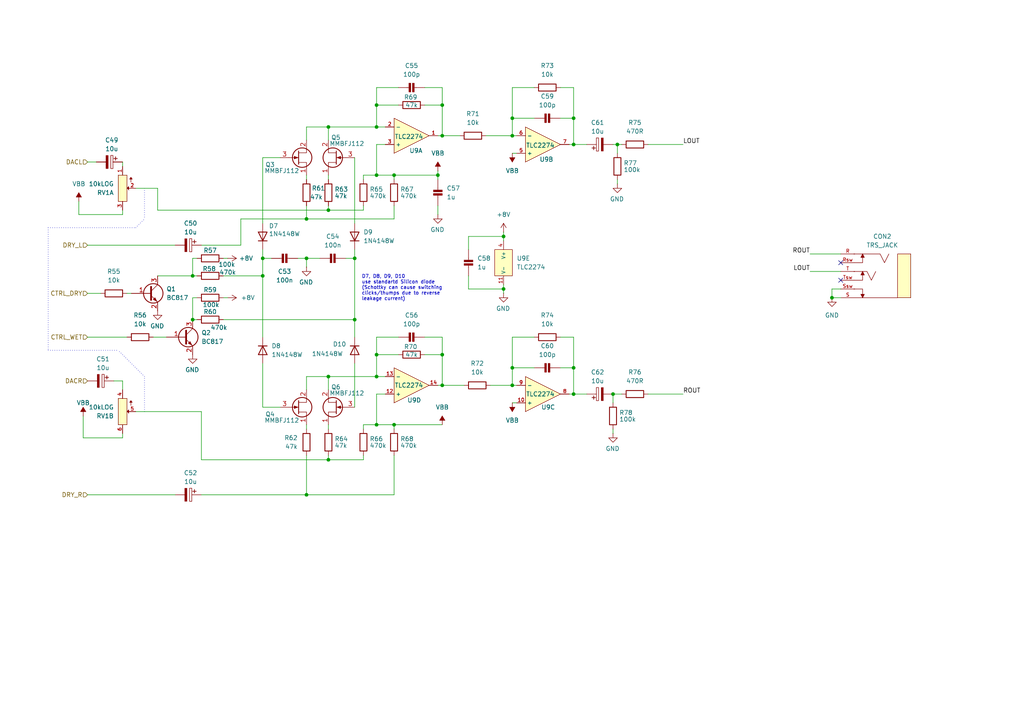
<source format=kicad_sch>
(kicad_sch (version 20231120) (generator "eeschema") (generator_version "8.0")
  (paper "A4")
  (title_block (title "TGX4 ") (date "2024-06-12") (rev "2.0") (company "www.hexefx.com") (comment 1 "Design: Piotr Zapart"))
  (lib_symbols
    (symbol "Device:R" (pin_numbers hide) (pin_names (offset 0))
      (property "Reference" "R" (at 2.032 0 90))
      (property "Value" "R" (at 0 0 90))
      (symbol "R_0_1"
        (rectangle (start -1.016 -2.54) (end 1.016 2.54) (stroke (width 0.254)))
      )
      (symbol "R_1_1"
        (pin passive line (at 0 3.81 270) (length 1.27) (name "~") (number "1"))
        (pin passive line (at 0 -3.81 90) (length 1.27) (name "~") (number "2"))
      )
    )
    (symbol "Diode:1N4148W" (pin_numbers hide) (pin_names hide)
      (property "Reference" "D" (at 0 2.54 0))
      (property "Value" "1N4148W" (at 0 -2.54 0))
      (symbol "1N4148W_0_1"
        (polyline (pts (xy -1.27 1.27) (xy -1.27 -1.27)) (stroke (width 0.254)))
        (polyline (pts (xy 1.27 0) (xy -1.27 0)))
        (polyline (pts (xy 1.27 1.27) (xy 1.27 -1.27) (xy -1.27 0) (xy 1.27 1.27)) (stroke (width 0.254)))
      )
      (symbol "1N4148W_1_1"
        (pin passive line (at -3.81 0 0) (length 2.54) (name "K") (number "1"))
        (pin passive line (at 3.81 0 180) (length 2.54) (name "A") (number "2"))
      )
    )
    (symbol "H_connectors:TRS_JACK" (pin_names (offset 1.016))
      (property "Reference" "CON" (at 0 8.89 0))
      (property "Value" "TRS_JACK" (at 1.27 -8.89 0))
      (symbol "TRS_JACK_0_1"
        (rectangle (start -8.89 6.35) (end -5.08 -6.35) (stroke (width 0.1524)) (fill (type background)))
        (polyline (pts (xy -5.08 -6.35) (xy 7.62 -6.35)) (stroke (width 0.1524)))
        (polyline (pts (xy -2.54 6.35) (xy -1.27 3.81) (xy 0 6.35) (xy 7.62 6.35)) (stroke (width 0.1524)))
        (polyline (pts (xy 5.08 -6.35) (xy 4.572 -5.334) (xy 5.588 -5.334) (xy 5.08 -6.35)) (stroke (width 0.1524)) (fill (type outline)))
        (polyline (pts (xy 5.08 1.27) (xy 4.572 0.254) (xy 5.588 0.254) (xy 5.08 1.27)) (stroke (width 0.1524)) (fill (type outline)))
        (polyline (pts (xy 5.08 6.35) (xy 4.572 5.334) (xy 5.588 5.334) (xy 5.08 6.35)) (stroke (width 0.1524)) (fill (type outline)))
        (polyline (pts (xy 6.858 -3.81) (xy 7.62 -3.81) (xy 5.08 -3.81) (xy 5.08 -6.35)) (stroke (width 0.1524)))
        (polyline (pts (xy 6.858 -1.27) (xy 7.62 -1.27) (xy 5.08 -1.27) (xy 5.08 1.27)) (stroke (width 0.1524)))
        (polyline (pts (xy 6.858 3.81) (xy 7.62 3.81) (xy 5.08 3.81) (xy 5.08 6.35)) (stroke (width 0.1524)))
        (polyline (pts (xy 7.62 1.27) (xy 3.81 1.27) (xy 2.54 -1.27) (xy 1.27 1.27)) (stroke (width 0.1524)))
      )
      (symbol "TRS_JACK_1_1"
        (pin passive line (at 11.43 6.35 180) (length 4.064) (name "~") (number "R"))
        (pin passive line (at 11.43 3.81 180) (length 4.064) (name "~") (number "Rsw"))
        (pin passive line (at 11.43 -6.35 180) (length 4.064) (name "~") (number "S"))
        (pin passive line (at 11.43 -3.81 180) (length 4.064) (name "~") (number "Ssw"))
        (pin passive line (at 11.43 1.27 180) (length 4.064) (name "~") (number "T"))
        (pin passive line (at 11.43 -1.27 180) (length 4.064) (name "~") (number "Tsw"))
      )
    )
    (symbol "H_linear:TL074"
      (property "Reference" "U" (at 0.127 4.826 0))
      (property "Value" "TL074" (at 0.635 -5.207 0))
      (symbol "TL074_1_1"
        (polyline (pts (xy -2.54 5.08) (xy 7.62 0) (xy -2.54 -5.08) (xy -2.54 5.08)) (stroke (width 0.1524)) (fill (type background)))
        (pin output line (at 10.16 0 180) (length 2.54) (name "~") (number "1"))
        (pin input line (at -5.08 -2.54 0) (length 2.54) (name "-") (number "2"))
        (pin input line (at -5.08 2.54 0) (length 2.54) (name "+") (number "3"))
      )
      (symbol "TL074_2_1"
        (polyline (pts (xy -2.54 5.08) (xy -2.54 -5.08) (xy 7.62 0) (xy -2.54 5.08)) (stroke (width 0.1524)) (fill (type background)))
        (pin input line (at -5.08 2.54 0) (length 2.54) (name "+") (number "5"))
        (pin input line (at -5.08 -2.54 0) (length 2.54) (name "-") (number "6"))
        (pin output line (at 10.16 0 180) (length 2.54) (name "~") (number "7"))
      )
      (symbol "TL074_3_1"
        (polyline (pts (xy -2.54 5.08) (xy 7.62 0) (xy -2.54 -5.08) (xy -2.54 5.08)) (stroke (width 0.1524)) (fill (type background)))
        (pin input line (at -5.08 2.54 0) (length 2.54) (name "+") (number "10"))
        (pin output line (at 10.16 0 180) (length 2.54) (name "~") (number "8"))
        (pin input line (at -5.08 -2.54 0) (length 2.54) (name "-") (number "9"))
      )
      (symbol "TL074_4_1"
        (polyline (pts (xy -2.54 5.08) (xy 7.62 0) (xy -2.54 -5.08) (xy -2.54 5.08)) (stroke (width 0.1524)) (fill (type background)))
        (pin input line (at -5.08 2.54 0) (length 2.54) (name "+") (number "12"))
        (pin input line (at -5.08 -2.54 0) (length 2.54) (name "-") (number "13"))
        (pin output line (at 10.16 0 180) (length 2.54) (name "~") (number "14"))
      )
      (symbol "TL074_5_1"
        (rectangle (start -2.54 3.81) (end 2.54 -3.81) (fill (type background)))
        (pin power_in line (at 0 -6.35 90) (length 2.54) (name "V-") (number "11"))
        (pin power_in line (at 0 6.35 270) (length 2.54) (name "V+") (number "4"))
      )
    )
    (symbol "H_passives:CAP_NP" (pin_names (offset 1.016))
      (property "Reference" "C" (at -2.286 -0.0254 90))
      (property "Value" "CAP_NP" (at 2.286 -0.0254 90))
      (symbol "CAP_NP_1_0"
        (rectangle (start -1.27 -0.762) (end 1.27 -0.254) (fill (type outline)))
        (rectangle (start -1.27 0.254) (end 1.27 0.762) (fill (type outline)))
        (polyline (pts (xy 0 -0.508) (xy 0 -1.27)))
        (polyline (pts (xy 0 1.27) (xy 0 0.508)))
        (pin passive line (at 0 3.81 270) (length 2.54) (name "1") (number "1"))
        (pin passive line (at 0 -3.81 90) (length 2.54) (name "2") (number "2"))
      )
    )
    (symbol "H_passives:CAP_POL" (pin_numbers hide) (pin_names (offset 0.254))
      (property "Reference" "C" (at 0 2.54 0))
      (property "Value" "CAP_POL" (at 0.1524 -2.159 0))
      (symbol "CAP_POL_0_1"
        (rectangle (start -1.905 -0.381) (end 1.905 -1.016) (stroke (width 0.1016)) (fill (type outline)))
        (rectangle (start -1.905 1.016) (end 1.905 0.381) (stroke (width 0.1524)))
        (polyline (pts (xy -1.524 1.778) (xy -0.508 1.778)) (stroke (width 0.2032)))
        (polyline (pts (xy -1.016 2.286) (xy -1.016 1.27)) (stroke (width 0.2032)))
      )
      (symbol "CAP_POL_1_1"
        (pin passive line (at 0 3.81 270) (length 2.794) (name "~") (number "1"))
        (pin passive line (at 0 -3.81 90) (length 2.8956) (name "~") (number "2"))
      )
    )
    (symbol "H_passives:POT_DUAL" (pin_names (offset 1.016) hide)
      (property "Reference" "RV" (at 0 -2.54 0))
      (property "Value" "POT_DUAL" (at 0 0 0))
      (symbol "POT_DUAL_0_1"
        (rectangle (start -3.81 1.27) (end 3.81 -1.27) (fill (type background)))
        (polyline (pts (xy -1.778 2.413) (xy -3.175 2.413)))
        (polyline (pts (xy 0 1.27) (xy -0.508 1.778) (xy 0.508 1.778)) (fill (type outline)))
        (polyline (pts (xy -3.175 2.413) (xy -2.667 2.794) (xy -2.667 2.032) (xy -3.175 2.413)) (fill (type outline)))
      )
      (symbol "POT_DUAL_1_1"
        (pin passive line (at -6.35 0 0) (length 2.54) (name "1") (number "1"))
        (pin passive line (at 0 3.81 270) (length 2.032) (name "2") (number "2"))
        (pin passive line (at 6.35 0 180) (length 2.54) (name "3") (number "3"))
      )
      (symbol "POT_DUAL_2_1"
        (pin passive line (at -6.35 0 0) (length 2.54) (name "4") (number "4"))
        (pin passive line (at 0 3.81 270) (length 2.032) (name "5") (number "5"))
        (pin passive line (at 6.35 0 180) (length 2.54) (name "6") (number "6"))
      )
    )
    (symbol "Transistor_BJT:BC847" (pin_names (offset 0) hide)
      (property "Reference" "Q" (at 5.08 1.905 0))
      (property "Value" "BC847" (at 5.08 0 0))
      (symbol "BC847_0_1"
        (polyline (pts (xy 0.635 0.635) (xy 2.54 2.54)))
        (polyline (pts (xy 0.635 -0.635) (xy 2.54 -2.54) (xy 2.54 -2.54)))
        (polyline (pts (xy 0.635 1.905) (xy 0.635 -1.905) (xy 0.635 -1.905)) (stroke (width 0.508)))
        (polyline (pts (xy 1.27 -1.778) (xy 1.778 -1.27) (xy 2.286 -2.286) (xy 1.27 -1.778) (xy 1.27 -1.778)) (fill (type outline)))
        (circle (center 1.27 0) (radius 2.8194) (stroke (width 0.254)))
      )
      (symbol "BC847_1_1"
        (pin input line (at -5.08 0 0) (length 5.715) (name "B") (number "1"))
        (pin passive line (at 2.54 -5.08 90) (length 2.54) (name "E") (number "2"))
        (pin passive line (at 2.54 5.08 270) (length 2.54) (name "C") (number "3"))
      )
    )
    (symbol "Transistor_FET:MMBFJ112" (pin_names hide)
      (property "Reference" "Q" (at 5.08 1.905 0))
      (property "Value" "MMBFJ112" (at 5.08 0 0))
      (symbol "MMBFJ112_0_1"
        (polyline (pts (xy 0.254 0) (xy -2.54 0)))
        (polyline (pts (xy 0.254 1.905) (xy 0.254 -1.905)) (stroke (width 0.254)))
        (polyline (pts (xy 2.54 -2.54) (xy 2.54 -1.397) (xy 0.254 -1.397)))
        (polyline (pts (xy 2.54 2.54) (xy 2.54 1.397) (xy 0.254 1.397)))
        (polyline (pts (xy 0 0) (xy -1.016 0.381) (xy -1.016 -0.381) (xy 0 0)) (fill (type outline)))
        (circle (center 1.27 0) (radius 2.8194) (stroke (width 0.254)))
      )
      (symbol "MMBFJ112_1_1"
        (pin passive line (at 2.54 5.08 270) (length 2.54) (name "D") (number "1"))
        (pin passive line (at 2.54 -5.08 90) (length 2.54) (name "S") (number "2"))
        (pin input line (at -5.08 0 0) (length 2.54) (name "G") (number "3"))
      )
    )
    (symbol "power:+8V" (power) (pin_numbers hide) (pin_names (offset 0) hide)
      (property "Value" "+8V" (at 0 3.556 0))
      (symbol "+8V_0_1"
        (polyline (pts (xy -0.762 1.27) (xy 0 2.54)))
        (polyline (pts (xy 0 0) (xy 0 2.54)))
        (polyline (pts (xy 0 2.54) (xy 0.762 1.27)))
      )
      (symbol "+8V_1_1"
        (pin power_in line (at 0 0 90) (length 0) (name "~") (number "1"))
      )
    )
    (symbol "power:GND" (power) (pin_numbers hide) (pin_names (offset 0) hide)
      (property "Value" "GND" (at 0 -3.81 0))
      (symbol "GND_0_1"
        (polyline (pts (xy 0 0) (xy 0 -1.27) (xy 1.27 -1.27) (xy 0 -2.54) (xy -1.27 -1.27) (xy 0 -1.27)))
      )
      (symbol "GND_1_1"
        (pin power_in line (at 0 0 270) (length 0) (name "~") (number "1"))
      )
    )
    (symbol "power:VCOM" (power) (pin_numbers hide) (pin_names (offset 0) hide)
      (property "Value" "VCOM" (at 0 3.556 0))
      (symbol "VCOM_0_1"
        (polyline (pts (xy 0 0) (xy 0 2.54)))
        (polyline (pts (xy 0.762 1.27) (xy -0.762 1.27) (xy 0 2.54) (xy 0.762 1.27)) (fill (type outline)))
      )
      (symbol "VCOM_1_1"
        (pin power_in line (at 0 0 90) (length 0) (name "~") (number "1"))
      )
    )
  )
  (junction (at 146.05 83.82))
  (junction (at 166.37 114.3))
  (junction (at 109.22 109.22))
  (junction (at 128.27 30.48))
  (junction (at 109.22 36.83))
  (junction (at 114.3 123.19))
  (junction (at 166.37 41.91))
  (junction (at 128.27 102.87))
  (junction (at 88.9 63.5))
  (junction (at 109.22 102.87))
  (junction (at 102.87 74.93))
  (junction (at 95.25 36.83))
  (junction (at 148.59 106.68))
  (junction (at 76.2 80.01))
  (junction (at 109.22 30.48))
  (junction (at 148.59 111.76))
  (junction (at 146.05 68.58))
  (junction (at 102.87 92.71))
  (junction (at 114.3 50.8))
  (junction (at 55.88 80.01))
  (junction (at 128.27 39.37))
  (junction (at 95.25 60.96))
  (junction (at 179.07 41.91))
  (junction (at 88.9 74.93))
  (junction (at 127 50.8))
  (junction (at 95.25 133.35))
  (junction (at 148.59 34.29))
  (junction (at 166.37 34.29))
  (junction (at 109.22 50.8))
  (junction (at 148.59 39.37))
  (junction (at 128.27 111.76))
  (junction (at 76.2 74.93))
  (junction (at 166.37 106.68))
  (junction (at 177.8 114.3))
  (junction (at 109.22 123.19))
  (junction (at 241.3 86.36))
  (junction (at 95.25 109.22))
  (junction (at 55.88 92.71))
  (junction (at 88.9 143.51))
  (no_connect (at 243.84 81.28))
  (no_connect (at 243.84 76.2))
  (polyline (pts (xy 39.37 66.04) (xy 41.91 63.5)) (stroke (width 0) (type dot)))
  (wire (pts (xy 76.2 105.41) (xy 76.2 118.11)))
  (wire (pts (xy 102.87 92.71) (xy 64.77 92.71)))
  (wire (pts (xy 109.22 102.87) (xy 115.57 102.87)))
  (wire (pts (xy 148.59 111.76) (xy 149.86 111.76)))
  (wire (pts (xy 95.25 60.96) (xy 105.41 60.96)))
  (wire (pts (xy 25.4 97.79) (xy 36.83 97.79)))
  (wire (pts (xy 109.22 41.91) (xy 111.76 41.91)))
  (wire (pts (xy 142.24 111.76) (xy 148.59 111.76)))
  (wire (pts (xy 179.07 52.07) (xy 179.07 53.34)))
  (wire (pts (xy 95.25 109.22) (xy 109.22 109.22)))
  (wire (pts (xy 114.3 59.69) (xy 114.3 63.5)))
  (wire (pts (xy 166.37 106.68) (xy 166.37 97.79)))
  (wire (pts (xy 109.22 123.19) (xy 105.41 123.19)))
  (wire (pts (xy 148.59 44.45) (xy 149.86 44.45)))
  (wire (pts (xy 154.94 25.4) (xy 148.59 25.4)))
  (wire (pts (xy 58.42 133.35) (xy 58.42 119.38)))
  (wire (pts (xy 114.3 123.19) (xy 109.22 123.19)))
  (wire (pts (xy 128.27 39.37) (xy 128.27 30.48)))
  (polyline (pts (xy 13.97 66.04) (xy 13.97 101.6)) (stroke (width 0) (type dot)))
  (wire (pts (xy 88.9 40.64) (xy 88.9 36.83)))
  (polyline (pts (xy 41.91 119.38) (xy 41.91 109.22)) (stroke (width 0) (type dot)))
  (wire (pts (xy 109.22 50.8) (xy 105.41 50.8)))
  (wire (pts (xy 35.56 110.49) (xy 35.56 113.03)))
  (wire (pts (xy 102.87 92.71) (xy 102.87 97.79)))
  (wire (pts (xy 162.56 25.4) (xy 166.37 25.4)))
  (wire (pts (xy 102.87 74.93) (xy 100.33 74.93)))
  (wire (pts (xy 22.86 62.23) (xy 35.56 62.23)))
  (wire (pts (xy 95.25 36.83) (xy 109.22 36.83)))
  (wire (pts (xy 88.9 50.8) (xy 88.9 52.07)))
  (wire (pts (xy 95.25 59.69) (xy 95.25 60.96)))
  (wire (pts (xy 146.05 83.82) (xy 146.05 85.09)))
  (wire (pts (xy 162.56 97.79) (xy 166.37 97.79)))
  (wire (pts (xy 114.3 52.07) (xy 114.3 50.8)))
  (wire (pts (xy 102.87 105.41) (xy 102.87 118.11)))
  (wire (pts (xy 95.25 113.03) (xy 95.25 109.22)))
  (wire (pts (xy 25.4 71.12) (xy 50.8 71.12)))
  (wire (pts (xy 114.3 50.8) (xy 109.22 50.8)))
  (wire (pts (xy 22.86 58.42) (xy 22.86 62.23)))
  (wire (pts (xy 135.89 83.82) (xy 146.05 83.82)))
  (wire (pts (xy 109.22 97.79) (xy 109.22 102.87)))
  (wire (pts (xy 55.88 86.36) (xy 55.88 92.71)))
  (wire (pts (xy 166.37 34.29) (xy 166.37 25.4)))
  (wire (pts (xy 102.87 45.72) (xy 102.87 64.77)))
  (wire (pts (xy 55.88 92.71) (xy 57.15 92.71)))
  (wire (pts (xy 95.25 40.64) (xy 95.25 36.83)))
  (wire (pts (xy 88.9 123.19) (xy 88.9 124.46)))
  (wire (pts (xy 109.22 36.83) (xy 111.76 36.83)))
  (wire (pts (xy 44.45 97.79) (xy 48.26 97.79)))
  (wire (pts (xy 128.27 39.37) (xy 133.35 39.37)))
  (wire (pts (xy 127 111.76) (xy 128.27 111.76)))
  (wire (pts (xy 25.4 143.51) (xy 50.8 143.51)))
  (wire (pts (xy 35.56 127) (xy 35.56 125.73)))
  (wire (pts (xy 88.9 113.03) (xy 88.9 109.22)))
  (wire (pts (xy 177.8 41.91) (xy 179.07 41.91)))
  (wire (pts (xy 109.22 114.3) (xy 111.76 114.3)))
  (wire (pts (xy 179.07 41.91) (xy 179.07 44.45)))
  (wire (pts (xy 241.3 86.36) (xy 241.3 83.82)))
  (wire (pts (xy 109.22 25.4) (xy 109.22 30.48)))
  (wire (pts (xy 86.36 74.93) (xy 88.9 74.93)))
  (wire (pts (xy 64.77 74.93) (xy 66.04 74.93)))
  (wire (pts (xy 177.8 114.3) (xy 177.8 116.84)))
  (wire (pts (xy 88.9 63.5) (xy 114.3 63.5)))
  (wire (pts (xy 58.42 133.35) (xy 95.25 133.35)))
  (wire (pts (xy 105.41 123.19) (xy 105.41 124.46)))
  (wire (pts (xy 95.25 132.08) (xy 95.25 133.35)))
  (wire (pts (xy 166.37 41.91) (xy 166.37 34.29)))
  (wire (pts (xy 105.41 60.96) (xy 105.41 59.69)))
  (wire (pts (xy 128.27 111.76) (xy 128.27 102.87)))
  (wire (pts (xy 127 49.53) (xy 127 50.8)))
  (wire (pts (xy 24.13 127) (xy 35.56 127)))
  (wire (pts (xy 127 39.37) (xy 128.27 39.37)))
  (wire (pts (xy 81.28 118.11) (xy 76.2 118.11)))
  (wire (pts (xy 115.57 25.4) (xy 109.22 25.4)))
  (wire (pts (xy 55.88 80.01) (xy 57.15 80.01)))
  (wire (pts (xy 177.8 124.46) (xy 177.8 125.73)))
  (wire (pts (xy 154.94 97.79) (xy 148.59 97.79)))
  (wire (pts (xy 148.59 97.79) (xy 148.59 106.68)))
  (wire (pts (xy 148.59 106.68) (xy 148.59 111.76)))
  (wire (pts (xy 165.1 41.91) (xy 166.37 41.91)))
  (wire (pts (xy 127 50.8) (xy 114.3 50.8)))
  (wire (pts (xy 105.41 50.8) (xy 105.41 52.07)))
  (wire (pts (xy 25.4 46.99) (xy 27.94 46.99)))
  (wire (pts (xy 148.59 116.84) (xy 149.86 116.84)))
  (wire (pts (xy 109.22 36.83) (xy 109.22 30.48)))
  (wire (pts (xy 88.9 143.51) (xy 114.3 143.51)))
  (wire (pts (xy 58.42 143.51) (xy 88.9 143.51)))
  (wire (pts (xy 148.59 39.37) (xy 149.86 39.37)))
  (polyline (pts (xy 41.91 54.61) (xy 41.91 63.5)) (stroke (width 0) (type dot)))
  (wire (pts (xy 140.97 39.37) (xy 148.59 39.37)))
  (wire (pts (xy 234.95 73.66) (xy 243.84 73.66)))
  (wire (pts (xy 81.28 45.72) (xy 76.2 45.72)))
  (wire (pts (xy 58.42 119.38) (xy 39.37 119.38)))
  (wire (pts (xy 36.83 85.09) (xy 38.1 85.09)))
  (wire (pts (xy 243.84 86.36) (xy 241.3 86.36)))
  (wire (pts (xy 57.15 74.93) (xy 55.88 74.93)))
  (wire (pts (xy 55.88 74.93) (xy 55.88 80.01)))
  (wire (pts (xy 109.22 41.91) (xy 109.22 50.8)))
  (wire (pts (xy 123.19 97.79) (xy 128.27 97.79)))
  (wire (pts (xy 135.89 80.01) (xy 135.89 83.82)))
  (wire (pts (xy 109.22 30.48) (xy 115.57 30.48)))
  (wire (pts (xy 109.22 109.22) (xy 111.76 109.22)))
  (wire (pts (xy 148.59 25.4) (xy 148.59 34.29)))
  (wire (pts (xy 115.57 97.79) (xy 109.22 97.79)))
  (wire (pts (xy 102.87 74.93) (xy 102.87 92.71)))
  (wire (pts (xy 24.13 120.65) (xy 24.13 127)))
  (wire (pts (xy 165.1 114.3) (xy 166.37 114.3)))
  (wire (pts (xy 95.25 133.35) (xy 105.41 133.35)))
  (wire (pts (xy 95.25 123.19) (xy 95.25 124.46)))
  (wire (pts (xy 114.3 124.46) (xy 114.3 123.19)))
  (polyline (pts (xy 41.91 109.22) (xy 34.29 101.6)) (stroke (width 0) (type dot)))
  (wire (pts (xy 241.3 83.82) (xy 243.84 83.82)))
  (wire (pts (xy 76.2 45.72) (xy 76.2 64.77)))
  (wire (pts (xy 177.8 114.3) (xy 180.34 114.3)))
  (wire (pts (xy 127 50.8) (xy 127 52.07)))
  (wire (pts (xy 187.96 114.3) (xy 198.12 114.3)))
  (polyline (pts (xy 13.97 101.6) (xy 34.29 101.6)) (stroke (width 0) (type dot)))
  (wire (pts (xy 76.2 80.01) (xy 76.2 97.79)))
  (wire (pts (xy 88.9 36.83) (xy 95.25 36.83)))
  (wire (pts (xy 33.02 110.49) (xy 35.56 110.49)))
  (wire (pts (xy 64.77 86.36) (xy 66.04 86.36)))
  (wire (pts (xy 123.19 25.4) (xy 128.27 25.4)))
  (wire (pts (xy 76.2 74.93) (xy 76.2 72.39)))
  (wire (pts (xy 166.37 114.3) (xy 166.37 106.68)))
  (wire (pts (xy 179.07 41.91) (xy 180.34 41.91)))
  (wire (pts (xy 88.9 132.08) (xy 88.9 143.51)))
  (wire (pts (xy 109.22 114.3) (xy 109.22 123.19)))
  (wire (pts (xy 88.9 74.93) (xy 92.71 74.93)))
  (wire (pts (xy 64.77 80.01) (xy 76.2 80.01)))
  (wire (pts (xy 148.59 34.29) (xy 148.59 39.37)))
  (wire (pts (xy 109.22 109.22) (xy 109.22 102.87)))
  (wire (pts (xy 166.37 114.3) (xy 170.18 114.3)))
  (wire (pts (xy 45.72 54.61) (xy 39.37 54.61)))
  (wire (pts (xy 146.05 82.55) (xy 146.05 83.82)))
  (wire (pts (xy 102.87 72.39) (xy 102.87 74.93)))
  (wire (pts (xy 146.05 67.31) (xy 146.05 68.58)))
  (wire (pts (xy 95.25 50.8) (xy 95.25 52.07)))
  (wire (pts (xy 35.56 62.23) (xy 35.56 60.96)))
  (wire (pts (xy 35.56 46.99) (xy 35.56 48.26)))
  (wire (pts (xy 114.3 132.08) (xy 114.3 143.51)))
  (wire (pts (xy 105.41 133.35) (xy 105.41 132.08)))
  (wire (pts (xy 135.89 72.39) (xy 135.89 68.58)))
  (wire (pts (xy 128.27 102.87) (xy 123.19 102.87)))
  (wire (pts (xy 88.9 109.22) (xy 95.25 109.22)))
  (wire (pts (xy 45.72 80.01) (xy 55.88 80.01)))
  (wire (pts (xy 88.9 63.5) (xy 69.85 63.5)))
  (wire (pts (xy 135.89 68.58) (xy 146.05 68.58)))
  (wire (pts (xy 45.72 60.96) (xy 45.72 54.61)))
  (wire (pts (xy 128.27 30.48) (xy 123.19 30.48)))
  (wire (pts (xy 25.4 85.09) (xy 29.21 85.09)))
  (wire (pts (xy 88.9 59.69) (xy 88.9 63.5)))
  (wire (pts (xy 154.94 106.68) (xy 148.59 106.68)))
  (wire (pts (xy 127 59.69) (xy 127 62.23)))
  (wire (pts (xy 78.74 74.93) (xy 76.2 74.93)))
  (wire (pts (xy 146.05 68.58) (xy 146.05 69.85)))
  (wire (pts (xy 128.27 97.79) (xy 128.27 102.87)))
  (wire (pts (xy 88.9 74.93) (xy 88.9 77.47)))
  (wire (pts (xy 154.94 34.29) (xy 148.59 34.29)))
  (wire (pts (xy 57.15 86.36) (xy 55.88 86.36)))
  (wire (pts (xy 187.96 41.91) (xy 198.12 41.91)))
  (wire (pts (xy 69.85 63.5) (xy 69.85 71.12)))
  (wire (pts (xy 166.37 41.91) (xy 170.18 41.91)))
  (wire (pts (xy 234.95 78.74) (xy 243.84 78.74)))
  (wire (pts (xy 69.85 71.12) (xy 58.42 71.12)))
  (wire (pts (xy 76.2 74.93) (xy 76.2 80.01)))
  (wire (pts (xy 45.72 60.96) (xy 95.25 60.96)))
  (wire (pts (xy 128.27 111.76) (xy 134.62 111.76)))
  (wire (pts (xy 128.27 25.4) (xy 128.27 30.48)))
  (polyline (pts (xy 13.97 66.04) (xy 39.37 66.04)) (stroke (width 0) (type dot)))
  (wire (pts (xy 114.3 123.19) (xy 128.27 123.19)))
  (wire (pts (xy 162.56 34.29) (xy 166.37 34.29)))
  (wire (pts (xy 162.56 106.68) (xy 166.37 106.68)))
  (text_box "D7, D8, D9, D10\nuse standartd Silicon diode\n(Schottky can cause switching\nclicks/thumps due to reverse \nleakage current)\n" (at 104.14 78.74 0) (size 25.4 8.89) (stroke (width -0.0001)) (effects (font (size 1 1)) (justify left top)))
  (label "LOUT" (at 234.95 78.74 180))
  (label "ROUT" (at 198.12 114.3 0))
  (label "ROUT" (at 234.95 73.66 180))
  (label "LOUT" (at 198.12 41.91 0))
  (hierarchical_label "DRY_R" (shape input) (at 25.4 143.51 180))
  (hierarchical_label "DRY_L" (shape input) (at 25.4 71.12 180))
  (hierarchical_label "CTRL_WET" (shape input) (at 25.4 97.79 180))
  (hierarchical_label "CTRL_DRY" (shape input) (at 25.4 85.09 180))
  (hierarchical_label "DACL" (shape input) (at 25.4 46.99 180))
  (hierarchical_label "DACR" (shape input) (at 25.4 110.49 180))
  (symbol (lib_id "Device:R") (at 119.38 102.87 270) (unit 1)
    (property "Reference" "R70" (at 119.126 100.584 90))
    (property "Value" "47k" (at 119.38 102.87 90))
    (property "Footprint" "H_smd_passives:Hx_R_0805_2012Metric" (effects (hide yes)))
  )
  (symbol (lib_id "power:GND") (at 177.8 125.73 0) (mirror y) (unit 1)
    (property "Reference" "#PWR088" (effects (hide yes)))
    (property "Value" "GND" (at 177.673 130.1242 0))
    (property "Description" "Power symbol creates a global label with name \"GND\" , ground" (effects (hide yes)))
  )
  (symbol (lib_id "Device:R") (at 184.15 41.91 270) (unit 1)
    (property "Reference" "R75" (at 184.15 35.56 90))
    (property "Value" "470R" (at 184.15 38.1 90))
    (property "Footprint" "H_smd_passives:Hx_R_0805_2012Metric" (effects (hide yes)))
  )
  (symbol (lib_id "Device:R") (at 177.8 120.65 180) (unit 1)
    (property "Reference" "R78" (at 179.6034 119.6848 0) (effects (justify right)))
    (property "Value" "100k" (at 179.6034 121.6152 0) (effects (justify right)))
    (property "Footprint" "H_smd_passives:Hx_R_0805_2012Metric" (effects (hide yes)))
  )
  (symbol (lib_id "power:+8V") (at 146.05 67.31 0) (unit 1)
    (property "Reference" "#PWR083" (effects (hide yes)))
    (property "Value" "+8V" (at 146.05 62.23 0))
    (property "Description" "Power symbol creates a global label with name \"+8V\"" (effects (hide yes)))
  )
  (symbol (lib_id "Device:R") (at 137.16 39.37 270) (unit 1)
    (property "Reference" "R71" (at 137.16 33.02 90))
    (property "Value" "10k" (at 137.16 35.56 90))
    (property "Footprint" "H_smd_passives:Hx_R_0805_2012Metric" (effects (hide yes)))
  )
  (symbol (lib_id "H_linear:TL074") (at 116.84 39.37 0) (mirror x) (unit 1)
    (property "Reference" "U9" (at 120.65 43.688 0))
    (property "Value" "TLC2274" (at 118.618 39.624 0))
    (property "Footprint" "Package_SO:SO-14_3.9x8.65mm_P1.27mm" (effects (hide yes)))
  )
  (symbol (lib_id "Device:R") (at 60.96 80.01 270) (unit 1)
    (property "Reference" "R58" (at 60.706 77.978 90))
    (property "Value" "470k" (at 66.04 78.994 90))
    (property "Footprint" "H_smd_passives:Hx_R_0805_2012Metric" (effects (hide yes)))
  )
  (symbol (lib_id "Device:R") (at 88.9 55.88 180) (unit 1)
    (property "Reference" "R61" (at 90.424 54.61 0) (effects (justify right)))
    (property "Value" "47k" (at 89.916 57.15 0) (effects (justify right)))
    (property "Footprint" "H_smd_passives:Hx_R_0805_2012Metric" (effects (hide yes)))
  )
  (symbol (lib_id "Transistor_FET:MMBFJ112") (at 86.36 118.11 0) (mirror x) (unit 1)
    (property "Reference" "Q4" (at 76.962 120.142 0) (effects (justify left)))
    (property "Value" "MMBFJ112" (at 76.708 121.92 0) (effects (justify left)))
    (property "Footprint" "H_SOT:SOT-23" (effects (hide yes)))
    (property "Datasheet" "https://www.onsemi.com/pub/Collateral/MMBFJ113-D.PDF" (effects (hide yes)))
    (property "Description" "5mA min, 35V, 50mOhm max, 1-5V Vgs(off), N-Channel JFET, SOT-23" (effects (hide yes)))
  )
  (symbol (lib_id "Transistor_BJT:BC847") (at 53.34 97.79 0) (unit 1)
    (property "Reference" "Q2" (at 58.42 96.5199 0) (effects (justify left)))
    (property "Value" "BC817" (at 58.42 99.0599 0) (effects (justify left)))
    (property "Footprint" "H_SOT:SOT-23" (effects (hide yes)))
    (property "Datasheet" "http://www.infineon.com/dgdl/Infineon-BC847SERIES_BC848SERIES_BC849SERIES_BC850SERIES-DS-v01_01-en.pdf?fileId=db3a304314dca389011541d4630a1657" (effects (hide yes)))
    (property "Description" "0.1A Ic, 45V Vce, NPN Transistor, SOT-23" (effects (hide yes)))
  )
  (symbol (lib_id "H_passives:CAP_POL") (at 31.75 46.99 270) (unit 1)
    (property "Reference" "C49" (at 32.4104 40.64 90))
    (property "Value" "10u" (at 32.4104 43.18 90))
    (property "Footprint" "Capacitor_Tantalum_SMD:CP_EIA-3216-18_Kemet-A" (effects (hide yes)))
  )
  (symbol (lib_id "H_passives:POT_DUAL") (at 35.56 119.38 270) (unit 2)
    (property "Reference" "RV1" (at 33.02 120.6501 90) (effects (justify right)))
    (property "Value" "10kLOG" (at 33.02 118.1101 90) (effects (justify right)))
    (property "Footprint" "H_pots:ALPHA_DUALPOT_16mm" (effects (hide yes)))
  )
  (symbol (lib_id "Device:R") (at 119.38 30.48 270) (unit 1)
    (property "Reference" "R69" (at 119.126 28.194 90))
    (property "Value" "47k" (at 119.38 30.48 90))
    (property "Footprint" "H_smd_passives:Hx_R_0805_2012Metric" (effects (hide yes)))
  )
  (symbol (lib_id "H_passives:CAP_NP") (at 119.38 97.79 90) (unit 1)
    (property "Reference" "C56" (at 119.38 91.44 90))
    (property "Value" "100p" (at 119.38 93.98 90))
    (property "Footprint" "H_smd_passives:Hx_C_0805_2012Metric" (effects (hide yes)))
  )
  (symbol (lib_id "H_connectors:TRS_JACK") (at 255.27 80.01 0) (mirror y) (unit 1)
    (property "Reference" "CON2" (at 255.905 68.58 0))
    (property "Value" "TRS_JACK" (at 255.905 71.12 0))
    (property "Footprint" "H_conn:NMJ6HCD2_TRSjack_smallPads" (effects (hide yes)))
  )
  (symbol (lib_id "H_linear:TL074") (at 154.94 41.91 0) (mirror x) (unit 2)
    (property "Reference" "U9" (at 158.496 46.228 0))
    (property "Value" "TLC2274" (at 156.718 42.164 0))
    (property "Footprint" "Package_SO:SO-14_3.9x8.65mm_P1.27mm" (effects (hide yes)))
  )
  (symbol (lib_id "Device:R") (at 60.96 92.71 270) (unit 1)
    (property "Reference" "R60" (at 60.96 90.424 90))
    (property "Value" "470k" (at 63.5 94.996 90))
    (property "Footprint" "H_smd_passives:Hx_R_0805_2012Metric" (effects (hide yes)))
  )
  (symbol (lib_id "power:GND") (at 88.9 77.47 0) (mirror y) (unit 1)
    (property "Reference" "#PWR079" (effects (hide yes)))
    (property "Value" "GND" (at 88.773 81.8642 0))
    (property "Description" "Power symbol creates a global label with name \"GND\" , ground" (effects (hide yes)))
  )
  (symbol (lib_id "Device:R") (at 158.75 97.79 270) (unit 1)
    (property "Reference" "R74" (at 158.75 91.44 90))
    (property "Value" "10k" (at 158.75 93.98 90))
    (property "Footprint" "H_smd_passives:Hx_R_0805_2012Metric" (effects (hide yes)))
  )
  (symbol (lib_id "Device:R") (at 95.25 128.27 180) (unit 1)
    (property "Reference" "R64" (at 97.0534 127.3048 0) (effects (justify right)))
    (property "Value" "47k" (at 97.0534 129.2352 0) (effects (justify right)))
    (property "Footprint" "H_smd_passives:Hx_R_0805_2012Metric" (effects (hide yes)))
  )
  (symbol (lib_id "power:VCOM") (at 127 49.53 0) (unit 1)
    (property "Reference" "#PWR080" (effects (hide yes)))
    (property "Value" "VBB" (at 127 44.45 0))
    (property "Description" "Power symbol creates a global label with name \"VCOM\"" (effects (hide yes)))
  )
  (symbol (lib_id "H_passives:CAP_POL") (at 54.61 71.12 270) (unit 1)
    (property "Reference" "C50" (at 55.2704 64.77 90))
    (property "Value" "10u" (at 55.2704 67.31 90))
    (property "Footprint" "Capacitor_Tantalum_SMD:CP_EIA-3216-18_Kemet-A" (effects (hide yes)))
  )
  (symbol (lib_id "power:VCOM") (at 22.86 58.42 0) (unit 1)
    (property "Reference" "#PWR016" (effects (hide yes)))
    (property "Value" "VBB" (at 22.86 53.34 0))
    (property "Description" "Power symbol creates a global label with name \"VCOM\"" (effects (hide yes)))
  )
  (symbol (lib_id "Diode:1N4148W") (at 102.87 68.58 90) (unit 1)
    (property "Reference" "D9" (at 105.41 67.3099 90) (effects (justify right)))
    (property "Value" "1N4148W" (at 105.41 69.8499 90) (effects (justify right)))
    (property "Footprint" "Diode_SMD:D_SOD-123" (effects (hide yes)))
    (property "Datasheet" "https://www.vishay.com/docs/85748/1n4148w.pdf" (effects (hide yes)))
    (property "Description" "75V 0.15A Fast Switching Diode, SOD-123" (effects (hide yes)))
    (property "Sim.Device" "D" (effects (hide yes)))
    (property "Sim.Pins" "1=K 2=A" (effects (hide yes)))
  )
  (symbol (lib_id "power:VCOM") (at 128.27 123.19 0) (unit 1)
    (property "Reference" "#PWR082" (effects (hide yes)))
    (property "Value" "VBB" (at 128.27 118.11 0))
    (property "Description" "Power symbol creates a global label with name \"VCOM\"" (effects (hide yes)))
  )
  (symbol (lib_id "H_passives:CAP_NP") (at 82.55 74.93 270) (unit 1)
    (property "Reference" "C53" (at 82.55 78.74 90))
    (property "Value" "100n" (at 82.55 81.28 90))
    (property "Footprint" "H_smd_passives:Hx_C_0805_2012Metric" (effects (hide yes)))
  )
  (symbol (lib_id "H_passives:CAP_NP") (at 135.89 76.2 0) (unit 1)
    (property "Reference" "C58" (at 138.43 74.9299 0) (effects (justify left)))
    (property "Value" "1u" (at 138.43 77.4699 0) (effects (justify left)))
    (property "Footprint" "H_smd_passives:Hx_C_0805_2012Metric" (effects (hide yes)))
  )
  (symbol (lib_id "power:+8V") (at 66.04 74.93 270) (unit 1)
    (property "Reference" "#PWR077" (effects (hide yes)))
    (property "Value" "+8V" (at 69.342 74.93 90) (effects (justify left)))
    (property "Description" "Power symbol creates a global label with name \"+8V\"" (effects (hide yes)))
  )
  (symbol (lib_id "power:VCOM") (at 24.13 120.65 0) (unit 1)
    (property "Reference" "#PWR017" (effects (hide yes)))
    (property "Value" "VBB" (at 24.13 116.84 0))
    (property "Description" "Power symbol creates a global label with name \"VCOM\"" (effects (hide yes)))
  )
  (symbol (lib_id "power:GND") (at 127 62.23 0) (mirror y) (unit 1)
    (property "Reference" "#PWR081" (effects (hide yes)))
    (property "Value" "GND" (at 126.873 66.6242 0))
    (property "Description" "Power symbol creates a global label with name \"GND\" , ground" (effects (hide yes)))
  )
  (symbol (lib_id "Device:R") (at 179.07 48.26 180) (unit 1)
    (property "Reference" "R77" (at 180.8734 47.2948 0) (effects (justify right)))
    (property "Value" "100k" (at 180.8734 49.2252 0) (effects (justify right)))
    (property "Footprint" "H_smd_passives:Hx_R_0805_2012Metric" (effects (hide yes)))
  )
  (symbol (lib_id "H_passives:CAP_NP") (at 158.75 106.68 90) (unit 1)
    (property "Reference" "C60" (at 158.75 100.33 90))
    (property "Value" "100p" (at 158.75 102.87 90))
    (property "Footprint" "H_smd_passives:Hx_C_0805_2012Metric" (effects (hide yes)))
  )
  (symbol (lib_id "Device:R") (at 114.3 55.88 180) (unit 1)
    (property "Reference" "R67" (at 116.1034 54.9148 0) (effects (justify right)))
    (property "Value" "470k" (at 116.1034 56.8452 0) (effects (justify right)))
    (property "Footprint" "H_smd_passives:Hx_R_0805_2012Metric" (effects (hide yes)))
  )
  (symbol (lib_id "power:VCOM") (at 148.59 116.84 180) (unit 1)
    (property "Reference" "#PWR086" (effects (hide yes)))
    (property "Value" "VBB" (at 148.59 121.92 0))
    (property "Description" "Power symbol creates a global label with name \"VCOM\"" (effects (hide yes)))
  )
  (symbol (lib_id "H_linear:TL074") (at 154.94 114.3 0) (mirror x) (unit 3)
    (property "Reference" "U9" (at 159.004 118.11 0))
    (property "Value" "TLC2274" (at 156.718 114.3 0))
    (property "Footprint" "Package_SO:SO-14_3.9x8.65mm_P1.27mm" (effects (hide yes)))
  )
  (symbol (lib_id "power:GND") (at 179.07 53.34 0) (mirror y) (unit 1)
    (property "Reference" "#PWR087" (effects (hide yes)))
    (property "Value" "GND" (at 178.943 57.7342 0))
    (property "Description" "Power symbol creates a global label with name \"GND\" , ground" (effects (hide yes)))
  )
  (symbol (lib_id "H_passives:CAP_NP") (at 96.52 74.93 270) (unit 1)
    (property "Reference" "C54" (at 96.52 68.58 90))
    (property "Value" "100n" (at 96.52 71.12 90))
    (property "Footprint" "H_smd_passives:Hx_C_0805_2012Metric" (effects (hide yes)))
  )
  (symbol (lib_id "H_passives:CAP_POL") (at 29.21 110.49 270) (unit 1)
    (property "Reference" "C51" (at 29.8704 104.14 90))
    (property "Value" "10u" (at 29.8704 106.68 90))
    (property "Footprint" "Capacitor_Tantalum_SMD:CP_EIA-3216-18_Kemet-A" (effects (hide yes)))
  )
  (symbol (lib_id "H_passives:CAP_POL") (at 54.61 143.51 270) (unit 1)
    (property "Reference" "C52" (at 55.2704 137.16 90))
    (property "Value" "10u" (at 55.2704 139.7 90))
    (property "Footprint" "Capacitor_Tantalum_SMD:CP_EIA-3216-18_Kemet-A" (effects (hide yes)))
  )
  (symbol (lib_id "Diode:1N4148W") (at 76.2 68.58 90) (unit 1)
    (property "Reference" "D7" (at 77.978 65.532 90) (effects (justify right)))
    (property "Value" "1N4148W" (at 77.978 67.818 90) (effects (justify right)))
    (property "Footprint" "Diode_SMD:D_SOD-123" (effects (hide yes)))
    (property "Datasheet" "https://www.vishay.com/docs/85748/1n4148w.pdf" (effects (hide yes)))
    (property "Description" "75V 0.15A Fast Switching Diode, SOD-123" (effects (hide yes)))
    (property "Sim.Device" "D" (effects (hide yes)))
    (property "Sim.Pins" "1=K 2=A" (effects (hide yes)))
  )
  (symbol (lib_id "Device:R") (at 60.96 86.36 270) (unit 1)
    (property "Reference" "R59" (at 60.96 84.074 90))
    (property "Value" "100k" (at 61.214 88.392 90))
    (property "Footprint" "H_smd_passives:Hx_R_0805_2012Metric" (effects (hide yes)))
  )
  (symbol (lib_id "Diode:1N4148W") (at 102.87 101.6 270) (unit 1)
    (property "Reference" "D10" (at 96.52 99.822 90) (effects (justify left)))
    (property "Value" "1N4148W" (at 90.424 102.616 90) (effects (justify left)))
    (property "Footprint" "Diode_SMD:D_SOD-123" (effects (hide yes)))
    (property "Datasheet" "https://www.vishay.com/docs/85748/1n4148w.pdf" (effects (hide yes)))
    (property "Description" "75V 0.15A Fast Switching Diode, SOD-123" (effects (hide yes)))
    (property "Sim.Device" "D" (effects (hide yes)))
    (property "Sim.Pins" "1=K 2=A" (effects (hide yes)))
  )
  (symbol (lib_id "H_passives:POT_DUAL") (at 35.56 54.61 270) (unit 1)
    (property "Reference" "RV1" (at 33.02 55.8801 90) (effects (justify right)))
    (property "Value" "10kLOG" (at 33.02 53.3401 90) (effects (justify right)))
    (property "Footprint" "H_pots:ALPHA_DUALPOT_16mm" (effects (hide yes)))
  )
  (symbol (lib_id "power:GND") (at 55.88 102.87 0) (mirror y) (unit 1)
    (property "Reference" "#PWR076" (effects (hide yes)))
    (property "Value" "GND" (at 55.753 107.2642 0))
    (property "Description" "Power symbol creates a global label with name \"GND\" , ground" (effects (hide yes)))
  )
  (symbol (lib_id "H_passives:CAP_NP") (at 158.75 34.29 90) (unit 1)
    (property "Reference" "C59" (at 158.75 27.94 90))
    (property "Value" "100p" (at 158.75 30.48 90))
    (property "Footprint" "H_smd_passives:Hx_C_0805_2012Metric" (effects (hide yes)))
  )
  (symbol (lib_id "H_passives:CAP_NP") (at 119.38 25.4 90) (unit 1)
    (property "Reference" "C55" (at 119.38 19.05 90))
    (property "Value" "100p" (at 119.38 21.59 90))
    (property "Footprint" "H_smd_passives:Hx_C_0805_2012Metric" (effects (hide yes)))
  )
  (symbol (lib_id "Transistor_BJT:BC847") (at 43.18 85.09 0) (unit 1)
    (property "Reference" "Q1" (at 48.26 83.8199 0) (effects (justify left)))
    (property "Value" "BC817" (at 48.26 86.3599 0) (effects (justify left)))
    (property "Footprint" "H_SOT:SOT-23" (effects (hide yes)))
    (property "Datasheet" "http://www.infineon.com/dgdl/Infineon-BC847SERIES_BC848SERIES_BC849SERIES_BC850SERIES-DS-v01_01-en.pdf?fileId=db3a304314dca389011541d4630a1657" (effects (hide yes)))
    (property "Description" "0.1A Ic, 45V Vce, NPN Transistor, SOT-23" (effects (hide yes)))
  )
  (symbol (lib_id "Device:R") (at 158.75 25.4 270) (unit 1)
    (property "Reference" "R73" (at 158.75 19.05 90))
    (property "Value" "10k" (at 158.75 21.59 90))
    (property "Footprint" "H_smd_passives:Hx_R_0805_2012Metric" (effects (hide yes)))
  )
  (symbol (lib_id "power:GND") (at 45.72 90.17 0) (mirror y) (unit 1)
    (property "Reference" "#PWR075" (effects (hide yes)))
    (property "Value" "GND" (at 45.593 94.5642 0))
    (property "Description" "Power symbol creates a global label with name \"GND\" , ground" (effects (hide yes)))
  )
  (symbol (lib_id "Device:R") (at 40.64 97.79 270) (unit 1)
    (property "Reference" "R56" (at 40.64 91.44 90))
    (property "Value" "10k" (at 40.64 93.98 90))
    (property "Footprint" "H_smd_passives:Hx_R_0805_2012Metric" (effects (hide yes)))
  )
  (symbol (lib_id "H_passives:CAP_POL") (at 173.99 114.3 90) (unit 1)
    (property "Reference" "C62" (at 173.3296 107.95 90))
    (property "Value" "10u" (at 173.3296 110.49 90))
    (property "Footprint" "Capacitor_Tantalum_SMD:CP_EIA-3216-18_Kemet-A" (effects (hide yes)))
  )
  (symbol (lib_id "power:GND") (at 241.3 86.36 0) (unit 1)
    (property "Reference" "#PWR0123" (effects (hide yes)))
    (property "Value" "GND" (at 241.3 91.44 0))
    (property "Description" "Power symbol creates a global label with name \"GND\" , ground" (effects (hide yes)))
  )
  (symbol (lib_id "Device:R") (at 33.02 85.09 270) (unit 1)
    (property "Reference" "R55" (at 33.02 78.74 90))
    (property "Value" "10k" (at 33.02 81.28 90))
    (property "Footprint" "H_smd_passives:Hx_R_0805_2012Metric" (effects (hide yes)))
  )
  (symbol (lib_id "power:GND") (at 146.05 85.09 0) (mirror y) (unit 1)
    (property "Reference" "#PWR084" (effects (hide yes)))
    (property "Value" "GND" (at 145.923 89.4842 0))
    (property "Description" "Power symbol creates a global label with name \"GND\" , ground" (effects (hide yes)))
  )
  (symbol (lib_id "H_passives:CAP_POL") (at 173.99 41.91 90) (unit 1)
    (property "Reference" "C61" (at 173.3296 35.56 90))
    (property "Value" "10u" (at 173.3296 38.1 90))
    (property "Footprint" "Capacitor_Tantalum_SMD:CP_EIA-3216-18_Kemet-A" (effects (hide yes)))
  )
  (symbol (lib_id "Diode:1N4148W") (at 76.2 101.6 270) (unit 1)
    (property "Reference" "D8" (at 78.74 100.3299 90) (effects (justify left)))
    (property "Value" "1N4148W" (at 78.74 102.8699 90) (effects (justify left)))
    (property "Footprint" "Diode_SMD:D_SOD-123" (effects (hide yes)))
    (property "Datasheet" "https://www.vishay.com/docs/85748/1n4148w.pdf" (effects (hide yes)))
    (property "Description" "75V 0.15A Fast Switching Diode, SOD-123" (effects (hide yes)))
    (property "Sim.Device" "D" (effects (hide yes)))
    (property "Sim.Pins" "1=K 2=A" (effects (hide yes)))
  )
  (symbol (lib_id "Device:R") (at 138.43 111.76 270) (unit 1)
    (property "Reference" "R72" (at 138.43 105.41 90))
    (property "Value" "10k" (at 138.43 107.95 90))
    (property "Footprint" "H_smd_passives:Hx_R_0805_2012Metric" (effects (hide yes)))
  )
  (symbol (lib_id "Device:R") (at 60.96 74.93 270) (unit 1)
    (property "Reference" "R57" (at 60.96 72.644 90))
    (property "Value" "100k" (at 65.786 76.708 90))
    (property "Footprint" "H_smd_passives:Hx_R_0805_2012Metric" (effects (hide yes)))
  )
  (symbol (lib_id "Device:R") (at 114.3 128.27 180) (unit 1)
    (property "Reference" "R68" (at 116.1034 127.3048 0) (effects (justify right)))
    (property "Value" "470k" (at 116.1034 129.2352 0) (effects (justify right)))
    (property "Footprint" "H_smd_passives:Hx_R_0805_2012Metric" (effects (hide yes)))
  )
  (symbol (lib_id "Transistor_FET:MMBFJ112") (at 97.79 45.72 180) (unit 1)
    (property "Reference" "Q5" (at 98.806 39.878 0) (effects (justify left)))
    (property "Value" "MMBFJ112" (at 105.664 41.656 0) (effects (justify left)))
    (property "Footprint" "H_SOT:SOT-23" (effects (hide yes)))
    (property "Datasheet" "https://www.onsemi.com/pub/Collateral/MMBFJ113-D.PDF" (effects (hide yes)))
    (property "Description" "5mA min, 35V, 50mOhm max, 1-5V Vgs(off), N-Channel JFET, SOT-23" (effects (hide yes)))
  )
  (symbol (lib_id "H_passives:CAP_NP") (at 127 55.88 0) (unit 1)
    (property "Reference" "C57" (at 129.54 54.6099 0) (effects (justify left)))
    (property "Value" "1u" (at 129.54 57.1499 0) (effects (justify left)))
    (property "Footprint" "H_smd_passives:Hx_C_0805_2012Metric" (effects (hide yes)))
  )
  (symbol (lib_id "H_linear:TL074") (at 146.05 76.2 0) (unit 5)
    (property "Reference" "U9" (at 149.86 74.9299 0) (effects (justify left)))
    (property "Value" "TLC2274" (at 149.86 77.4699 0) (effects (justify left)))
    (property "Footprint" "Package_SO:SO-14_3.9x8.65mm_P1.27mm" (effects (hide yes)))
  )
  (symbol (lib_id "Device:R") (at 105.41 55.88 180) (unit 1)
    (property "Reference" "R65" (at 107.2134 54.9148 0) (effects (justify right)))
    (property "Value" "470k" (at 107.2134 56.8452 0) (effects (justify right)))
    (property "Footprint" "H_smd_passives:Hx_R_0805_2012Metric" (effects (hide yes)))
  )
  (symbol (lib_id "Transistor_FET:MMBFJ112") (at 86.36 45.72 0) (mirror x) (unit 1)
    (property "Reference" "Q3" (at 76.962 47.752 0) (effects (justify left)))
    (property "Value" "MMBFJ112" (at 76.708 49.53 0) (effects (justify left)))
    (property "Footprint" "H_SOT:SOT-23" (effects (hide yes)))
    (property "Datasheet" "https://www.onsemi.com/pub/Collateral/MMBFJ113-D.PDF" (effects (hide yes)))
    (property "Description" "5mA min, 35V, 50mOhm max, 1-5V Vgs(off), N-Channel JFET, SOT-23" (effects (hide yes)))
  )
  (symbol (lib_id "power:VCOM") (at 148.59 44.45 180) (unit 1)
    (property "Reference" "#PWR085" (effects (hide yes)))
    (property "Value" "VBB" (at 148.59 49.53 0))
    (property "Description" "Power symbol creates a global label with name \"VCOM\"" (effects (hide yes)))
  )
  (symbol (lib_id "Device:R") (at 95.25 55.88 180) (unit 1)
    (property "Reference" "R63" (at 97.0534 54.9148 0) (effects (justify right)))
    (property "Value" "47k" (at 97.0534 56.8452 0) (effects (justify right)))
    (property "Footprint" "H_smd_passives:Hx_R_0805_2012Metric" (effects (hide yes)))
  )
  (symbol (lib_id "power:+8V") (at 66.04 86.36 270) (unit 1)
    (property "Reference" "#PWR078" (effects (hide yes)))
    (property "Value" "+8V" (at 69.85 86.3599 90) (effects (justify left)))
    (property "Description" "Power symbol creates a global label with name \"+8V\"" (effects (hide yes)))
  )
  (symbol (lib_id "Device:R") (at 88.9 128.27 180) (unit 1)
    (property "Reference" "R62" (at 86.36 126.9999 0) (effects (justify left)))
    (property "Value" "47k" (at 86.36 129.5399 0) (effects (justify left)))
    (property "Footprint" "H_smd_passives:Hx_R_0805_2012Metric" (effects (hide yes)))
  )
  (symbol (lib_id "H_linear:TL074") (at 116.84 111.76 0) (mirror x) (unit 4)
    (property "Reference" "U9" (at 120.142 116.078 0))
    (property "Value" "TLC2274" (at 118.618 111.76 0))
    (property "Footprint" "Package_SO:SO-14_3.9x8.65mm_P1.27mm" (effects (hide yes)))
  )
  (symbol (lib_id "Device:R") (at 184.15 114.3 270) (unit 1)
    (property "Reference" "R76" (at 184.15 107.95 90))
    (property "Value" "470R" (at 184.15 110.49 90))
    (property "Footprint" "H_smd_passives:Hx_R_0805_2012Metric" (effects (hide yes)))
  )
  (symbol (lib_id "Transistor_FET:MMBFJ112") (at 97.79 118.11 180) (unit 1)
    (property "Reference" "Q6" (at 98.806 112.268 0) (effects (justify left)))
    (property "Value" "MMBFJ112" (at 105.664 114.046 0) (effects (justify left)))
    (property "Footprint" "H_SOT:SOT-23" (effects (hide yes)))
    (property "Datasheet" "https://www.onsemi.com/pub/Collateral/MMBFJ113-D.PDF" (effects (hide yes)))
    (property "Description" "5mA min, 35V, 50mOhm max, 1-5V Vgs(off), N-Channel JFET, SOT-23" (effects (hide yes)))
  )
  (symbol (lib_id "Device:R") (at 105.41 128.27 180) (unit 1)
    (property "Reference" "R66" (at 107.2134 127.3048 0) (effects (justify right)))
    (property "Value" "470k" (at 107.2134 129.2352 0) (effects (justify right)))
    (property "Footprint" "H_smd_passives:Hx_R_0805_2012Metric" (effects (hide yes)))
  )
)
</source>
